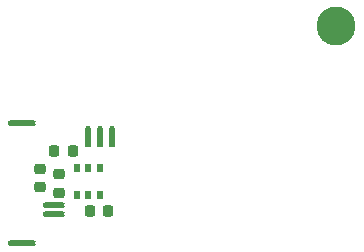
<source format=gbr>
%TF.GenerationSoftware,KiCad,Pcbnew,(6.0.8)*%
%TF.CreationDate,2022-11-07T14:55:23-05:00*%
%TF.ProjectId,3-input-or-gate,332d696e-7075-4742-9d6f-722d67617465,rev?*%
%TF.SameCoordinates,Original*%
%TF.FileFunction,Soldermask,Top*%
%TF.FilePolarity,Negative*%
%FSLAX46Y46*%
G04 Gerber Fmt 4.6, Leading zero omitted, Abs format (unit mm)*
G04 Created by KiCad (PCBNEW (6.0.8)) date 2022-11-07 14:55:23*
%MOMM*%
%LPD*%
G01*
G04 APERTURE LIST*
G04 Aperture macros list*
%AMRoundRect*
0 Rectangle with rounded corners*
0 $1 Rounding radius*
0 $2 $3 $4 $5 $6 $7 $8 $9 X,Y pos of 4 corners*
0 Add a 4 corners polygon primitive as box body*
4,1,4,$2,$3,$4,$5,$6,$7,$8,$9,$2,$3,0*
0 Add four circle primitives for the rounded corners*
1,1,$1+$1,$2,$3*
1,1,$1+$1,$4,$5*
1,1,$1+$1,$6,$7*
1,1,$1+$1,$8,$9*
0 Add four rect primitives between the rounded corners*
20,1,$1+$1,$2,$3,$4,$5,0*
20,1,$1+$1,$4,$5,$6,$7,0*
20,1,$1+$1,$6,$7,$8,$9,0*
20,1,$1+$1,$8,$9,$2,$3,0*%
G04 Aperture macros list end*
%ADD10C,3.302000*%
%ADD11RoundRect,0.127000X-0.127000X0.762000X-0.127000X-0.762000X0.127000X-0.762000X0.127000X0.762000X0*%
%ADD12RoundRect,0.127000X0.762000X0.127000X-0.762000X0.127000X-0.762000X-0.127000X0.762000X-0.127000X0*%
%ADD13RoundRect,0.127000X0.127000X-0.762000X0.127000X0.762000X-0.127000X0.762000X-0.127000X-0.762000X0*%
%ADD14RoundRect,0.127000X-1.016000X-0.127000X1.016000X-0.127000X1.016000X0.127000X-1.016000X0.127000X0*%
%ADD15RoundRect,0.127000X1.016000X0.127000X-1.016000X0.127000X-1.016000X-0.127000X1.016000X-0.127000X0*%
%ADD16RoundRect,0.225000X-0.250000X0.225000X-0.250000X-0.225000X0.250000X-0.225000X0.250000X0.225000X0*%
%ADD17RoundRect,0.225000X-0.225000X-0.250000X0.225000X-0.250000X0.225000X0.250000X-0.225000X0.250000X0*%
%ADD18R,0.510000X0.700000*%
%ADD19RoundRect,0.225000X0.250000X-0.225000X0.250000X0.225000X-0.250000X0.225000X-0.250000X-0.225000X0*%
G04 APERTURE END LIST*
D10*
%TO.C,*%
X170080000Y-83590000D03*
%TD*%
D11*
%TO.C,*%
X150100000Y-93000000D03*
%TD*%
D12*
%TO.C,*%
X146225000Y-98750000D03*
%TD*%
D11*
%TO.C,*%
X151100000Y-93000000D03*
%TD*%
D13*
%TO.C,*%
X149100000Y-93000000D03*
%TD*%
D14*
%TO.C,*%
X143500000Y-102000000D03*
%TD*%
D15*
%TO.C,*%
X143500000Y-91850000D03*
%TD*%
D16*
%TO.C,R2*%
X146600000Y-96200000D03*
X146600000Y-97750000D03*
%TD*%
D17*
%TO.C,C2*%
X150750000Y-99300000D03*
X149200000Y-99300000D03*
%TD*%
D12*
%TO.C,*%
X146225000Y-99575000D03*
%TD*%
D18*
%TO.C,U5*%
X150050000Y-95640000D03*
X149100000Y-95640000D03*
X148150000Y-95640000D03*
X148150000Y-97960000D03*
X149100000Y-97975000D03*
X150050000Y-97960000D03*
%TD*%
D19*
%TO.C,R1*%
X145000000Y-95750000D03*
X145000000Y-97300000D03*
%TD*%
D17*
%TO.C,C1*%
X146225000Y-94250000D03*
X147775000Y-94250000D03*
%TD*%
M02*

</source>
